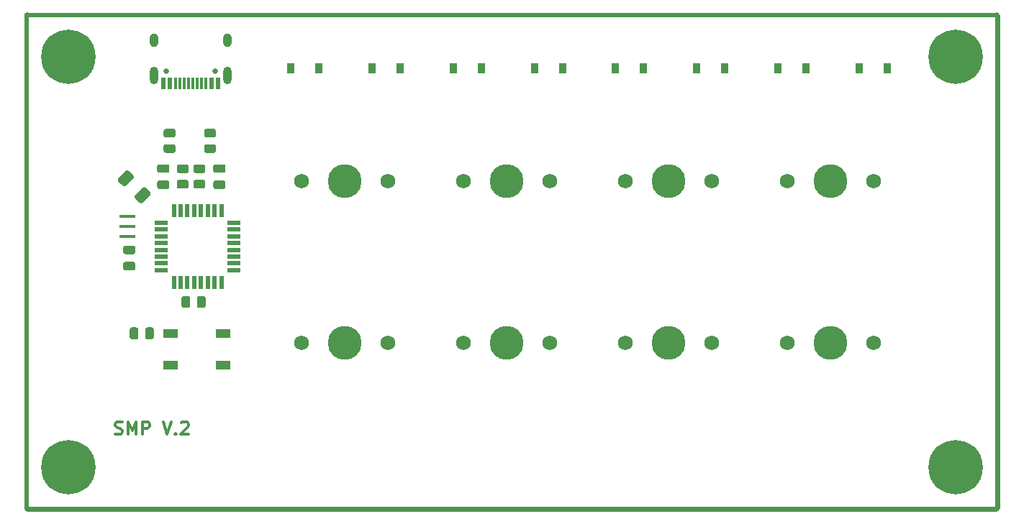
<source format=gbr>
%TF.GenerationSoftware,KiCad,Pcbnew,(5.1.10-1-10_14)*%
%TF.CreationDate,2021-08-26T10:17:17+08:00*%
%TF.ProjectId,SMP v.2,534d5020-762e-4322-9e6b-696361645f70,rev?*%
%TF.SameCoordinates,Original*%
%TF.FileFunction,Soldermask,Top*%
%TF.FilePolarity,Negative*%
%FSLAX46Y46*%
G04 Gerber Fmt 4.6, Leading zero omitted, Abs format (unit mm)*
G04 Created by KiCad (PCBNEW (5.1.10-1-10_14)) date 2021-08-26 10:17:17*
%MOMM*%
%LPD*%
G01*
G04 APERTURE LIST*
%TA.AperFunction,Profile*%
%ADD10C,0.050000*%
%TD*%
%ADD11C,0.300000*%
%ADD12C,0.500000*%
%ADD13R,0.550000X1.600000*%
%ADD14R,1.600000X0.550000*%
%ADD15R,0.900000X1.200000*%
%ADD16C,1.750000*%
%ADD17C,3.987800*%
%ADD18C,6.400000*%
%ADD19R,1.900000X0.400000*%
%ADD20R,1.800000X1.100000*%
%ADD21O,1.000000X1.600000*%
%ADD22C,0.650000*%
%ADD23O,1.000000X2.100000*%
%ADD24R,0.300000X1.450000*%
%ADD25R,0.600000X1.450000*%
G04 APERTURE END LIST*
D10*
X156052520Y-83629500D02*
G75*
G02*
X155727400Y-83954620I-325120J0D01*
G01*
X155727400Y-25214580D02*
G75*
G02*
X156052520Y-25539700I0J-325120D01*
G01*
X41366440Y-25539700D02*
G75*
G02*
X41691560Y-25214580I325120J0D01*
G01*
X41689020Y-83957160D02*
G75*
G02*
X41363900Y-83632040I0J325120D01*
G01*
D11*
X52008151Y-74828482D02*
X52222437Y-74899911D01*
X52579580Y-74899911D01*
X52722437Y-74828482D01*
X52793865Y-74757054D01*
X52865294Y-74614197D01*
X52865294Y-74471340D01*
X52793865Y-74328482D01*
X52722437Y-74257054D01*
X52579580Y-74185625D01*
X52293865Y-74114197D01*
X52151008Y-74042768D01*
X52079580Y-73971340D01*
X52008151Y-73828482D01*
X52008151Y-73685625D01*
X52079580Y-73542768D01*
X52151008Y-73471340D01*
X52293865Y-73399911D01*
X52651008Y-73399911D01*
X52865294Y-73471340D01*
X53508151Y-74899911D02*
X53508151Y-73399911D01*
X54008151Y-74471340D01*
X54508151Y-73399911D01*
X54508151Y-74899911D01*
X55222437Y-74899911D02*
X55222437Y-73399911D01*
X55793865Y-73399911D01*
X55936722Y-73471340D01*
X56008151Y-73542768D01*
X56079580Y-73685625D01*
X56079580Y-73899911D01*
X56008151Y-74042768D01*
X55936722Y-74114197D01*
X55793865Y-74185625D01*
X55222437Y-74185625D01*
X57651008Y-73399911D02*
X58151008Y-74899911D01*
X58651008Y-73399911D01*
X59151008Y-74757054D02*
X59222437Y-74828482D01*
X59151008Y-74899911D01*
X59079580Y-74828482D01*
X59151008Y-74757054D01*
X59151008Y-74899911D01*
X59793865Y-73542768D02*
X59865294Y-73471340D01*
X60008151Y-73399911D01*
X60365294Y-73399911D01*
X60508151Y-73471340D01*
X60579580Y-73542768D01*
X60651008Y-73685625D01*
X60651008Y-73828482D01*
X60579580Y-74042768D01*
X59722437Y-74899911D01*
X60651008Y-74899911D01*
D12*
X155778200Y-83677760D02*
X155778200Y-25488900D01*
X41641840Y-25488900D02*
X155778200Y-25488900D01*
X41640760Y-83677760D02*
X155778200Y-83677760D01*
X41640760Y-83677760D02*
X41641840Y-25488900D01*
D10*
X41366440Y-25539700D02*
X41363900Y-83632040D01*
X155727400Y-25214580D02*
X41691560Y-25214580D01*
X156052520Y-83629500D02*
X156052520Y-25539700D01*
X41689020Y-83957160D02*
X155727400Y-83954620D01*
D13*
%TO.C,U1*%
X58922000Y-48505800D03*
X59722000Y-48505800D03*
X60522000Y-48505800D03*
X61322000Y-48505800D03*
X62122000Y-48505800D03*
X62922000Y-48505800D03*
X63722000Y-48505800D03*
X64522000Y-48505800D03*
D14*
X65972000Y-49955800D03*
X65972000Y-50755800D03*
X65972000Y-51555800D03*
X65972000Y-52355800D03*
X65972000Y-53155800D03*
X65972000Y-53955800D03*
X65972000Y-54755800D03*
X65972000Y-55555800D03*
D13*
X64522000Y-57005800D03*
X63722000Y-57005800D03*
X62922000Y-57005800D03*
X62122000Y-57005800D03*
X61322000Y-57005800D03*
X60522000Y-57005800D03*
X59722000Y-57005800D03*
X58922000Y-57005800D03*
D14*
X57472000Y-55555800D03*
X57472000Y-54755800D03*
X57472000Y-53955800D03*
X57472000Y-53155800D03*
X57472000Y-52355800D03*
X57472000Y-51555800D03*
X57472000Y-50755800D03*
X57472000Y-49955800D03*
%TD*%
D15*
%TO.C,D8*%
X123738350Y-31732220D03*
X120438350Y-31732220D03*
%TD*%
%TO.C,D7*%
X104642346Y-31732220D03*
X101342346Y-31732220D03*
%TD*%
%TO.C,D6*%
X114190348Y-31732220D03*
X110890348Y-31732220D03*
%TD*%
%TO.C,D5*%
X95094344Y-31732220D03*
X91794344Y-31732220D03*
%TD*%
%TO.C,D4*%
X142834360Y-31732220D03*
X139534360Y-31732220D03*
%TD*%
%TO.C,D3*%
X85546342Y-31732220D03*
X82246342Y-31732220D03*
%TD*%
%TO.C,D2*%
X133286352Y-31732220D03*
X129986352Y-31732220D03*
%TD*%
%TO.C,D1*%
X75998340Y-31732220D03*
X72698340Y-31732220D03*
%TD*%
D16*
%TO.C,MX8*%
X141265900Y-64136300D03*
X131105900Y-64136300D03*
D17*
X136185900Y-64136300D03*
%TD*%
D18*
%TO.C,H4*%
X46528800Y-78790800D03*
%TD*%
%TO.C,H3*%
X46528800Y-30378400D03*
%TD*%
%TO.C,H2*%
X150901400Y-78790800D03*
%TD*%
%TO.C,H1*%
X150901400Y-30378400D03*
%TD*%
D19*
%TO.C,Y1*%
X53416200Y-51619000D03*
X53416200Y-50419000D03*
X53416200Y-49219000D03*
%TD*%
D20*
%TO.C,SW1*%
X64720400Y-66747000D03*
X58520400Y-63047000D03*
X64720400Y-63047000D03*
X58520400Y-66747000D03*
%TD*%
%TO.C,R6*%
G36*
G01*
X61641300Y-59759001D02*
X61641300Y-58858999D01*
G75*
G02*
X61891299Y-58609000I249999J0D01*
G01*
X62416301Y-58609000D01*
G75*
G02*
X62666300Y-58858999I0J-249999D01*
G01*
X62666300Y-59759001D01*
G75*
G02*
X62416301Y-60009000I-249999J0D01*
G01*
X61891299Y-60009000D01*
G75*
G02*
X61641300Y-59759001I0J249999D01*
G01*
G37*
G36*
G01*
X59816300Y-59759001D02*
X59816300Y-58858999D01*
G75*
G02*
X60066299Y-58609000I249999J0D01*
G01*
X60591301Y-58609000D01*
G75*
G02*
X60841300Y-58858999I0J-249999D01*
G01*
X60841300Y-59759001D01*
G75*
G02*
X60591301Y-60009000I-249999J0D01*
G01*
X60066299Y-60009000D01*
G75*
G02*
X59816300Y-59759001I0J249999D01*
G01*
G37*
%TD*%
%TO.C,R5*%
G36*
G01*
X58872541Y-39924400D02*
X57972539Y-39924400D01*
G75*
G02*
X57722540Y-39674401I0J249999D01*
G01*
X57722540Y-39149399D01*
G75*
G02*
X57972539Y-38899400I249999J0D01*
G01*
X58872541Y-38899400D01*
G75*
G02*
X59122540Y-39149399I0J-249999D01*
G01*
X59122540Y-39674401D01*
G75*
G02*
X58872541Y-39924400I-249999J0D01*
G01*
G37*
G36*
G01*
X58872541Y-41749400D02*
X57972539Y-41749400D01*
G75*
G02*
X57722540Y-41499401I0J249999D01*
G01*
X57722540Y-40974399D01*
G75*
G02*
X57972539Y-40724400I249999J0D01*
G01*
X58872541Y-40724400D01*
G75*
G02*
X59122540Y-40974399I0J-249999D01*
G01*
X59122540Y-41499401D01*
G75*
G02*
X58872541Y-41749400I-249999J0D01*
G01*
G37*
%TD*%
%TO.C,R4*%
G36*
G01*
X63629961Y-39924400D02*
X62729959Y-39924400D01*
G75*
G02*
X62479960Y-39674401I0J249999D01*
G01*
X62479960Y-39149399D01*
G75*
G02*
X62729959Y-38899400I249999J0D01*
G01*
X63629961Y-38899400D01*
G75*
G02*
X63879960Y-39149399I0J-249999D01*
G01*
X63879960Y-39674401D01*
G75*
G02*
X63629961Y-39924400I-249999J0D01*
G01*
G37*
G36*
G01*
X63629961Y-41749400D02*
X62729959Y-41749400D01*
G75*
G02*
X62479960Y-41499401I0J249999D01*
G01*
X62479960Y-40974399D01*
G75*
G02*
X62729959Y-40724400I249999J0D01*
G01*
X63629961Y-40724400D01*
G75*
G02*
X63879960Y-40974399I0J-249999D01*
G01*
X63879960Y-41499401D01*
G75*
G02*
X63629961Y-41749400I-249999J0D01*
G01*
G37*
%TD*%
%TO.C,R3*%
G36*
G01*
X60419401Y-44124300D02*
X59519399Y-44124300D01*
G75*
G02*
X59269400Y-43874301I0J249999D01*
G01*
X59269400Y-43349299D01*
G75*
G02*
X59519399Y-43099300I249999J0D01*
G01*
X60419401Y-43099300D01*
G75*
G02*
X60669400Y-43349299I0J-249999D01*
G01*
X60669400Y-43874301D01*
G75*
G02*
X60419401Y-44124300I-249999J0D01*
G01*
G37*
G36*
G01*
X60419401Y-45949300D02*
X59519399Y-45949300D01*
G75*
G02*
X59269400Y-45699301I0J249999D01*
G01*
X59269400Y-45174299D01*
G75*
G02*
X59519399Y-44924300I249999J0D01*
G01*
X60419401Y-44924300D01*
G75*
G02*
X60669400Y-45174299I0J-249999D01*
G01*
X60669400Y-45699301D01*
G75*
G02*
X60419401Y-45949300I-249999J0D01*
G01*
G37*
%TD*%
%TO.C,R2*%
G36*
G01*
X62375201Y-44124300D02*
X61475199Y-44124300D01*
G75*
G02*
X61225200Y-43874301I0J249999D01*
G01*
X61225200Y-43349299D01*
G75*
G02*
X61475199Y-43099300I249999J0D01*
G01*
X62375201Y-43099300D01*
G75*
G02*
X62625200Y-43349299I0J-249999D01*
G01*
X62625200Y-43874301D01*
G75*
G02*
X62375201Y-44124300I-249999J0D01*
G01*
G37*
G36*
G01*
X62375201Y-45949300D02*
X61475199Y-45949300D01*
G75*
G02*
X61225200Y-45699301I0J249999D01*
G01*
X61225200Y-45174299D01*
G75*
G02*
X61475199Y-44924300I249999J0D01*
G01*
X62375201Y-44924300D01*
G75*
G02*
X62625200Y-45174299I0J-249999D01*
G01*
X62625200Y-45699301D01*
G75*
G02*
X62375201Y-45949300I-249999J0D01*
G01*
G37*
%TD*%
%TO.C,R1*%
G36*
G01*
X55552920Y-63444541D02*
X55552920Y-62544539D01*
G75*
G02*
X55802919Y-62294540I249999J0D01*
G01*
X56327921Y-62294540D01*
G75*
G02*
X56577920Y-62544539I0J-249999D01*
G01*
X56577920Y-63444541D01*
G75*
G02*
X56327921Y-63694540I-249999J0D01*
G01*
X55802919Y-63694540D01*
G75*
G02*
X55552920Y-63444541I0J249999D01*
G01*
G37*
G36*
G01*
X53727920Y-63444541D02*
X53727920Y-62544539D01*
G75*
G02*
X53977919Y-62294540I249999J0D01*
G01*
X54502921Y-62294540D01*
G75*
G02*
X54752920Y-62544539I0J-249999D01*
G01*
X54752920Y-63444541D01*
G75*
G02*
X54502921Y-63694540I-249999J0D01*
G01*
X53977919Y-63694540D01*
G75*
G02*
X53727920Y-63444541I0J249999D01*
G01*
G37*
%TD*%
D21*
%TO.C,J1*%
X56592400Y-28439400D03*
D22*
X58022400Y-32089400D03*
D21*
X65232400Y-28439400D03*
D22*
X63802400Y-32089400D03*
D23*
X65232400Y-32619400D03*
X56592400Y-32619400D03*
D24*
X61162400Y-33534400D03*
X59162400Y-33534400D03*
X59662400Y-33534400D03*
X60162400Y-33534400D03*
X60662400Y-33534400D03*
X61662400Y-33534400D03*
X62162400Y-33534400D03*
X62662400Y-33534400D03*
D25*
X57662400Y-33534400D03*
X58462400Y-33534400D03*
X63362400Y-33534400D03*
X64162400Y-33534400D03*
X64162400Y-33534400D03*
X63362400Y-33534400D03*
X58462400Y-33534400D03*
X57662400Y-33534400D03*
%TD*%
%TO.C,F1*%
G36*
G01*
X54154066Y-44743402D02*
X53270182Y-45627286D01*
G75*
G02*
X52916628Y-45627286I-176777J176777D01*
G01*
X52386298Y-45096956D01*
G75*
G02*
X52386298Y-44743402I176777J176777D01*
G01*
X53270182Y-43859518D01*
G75*
G02*
X53623736Y-43859518I176777J-176777D01*
G01*
X54154066Y-44389848D01*
G75*
G02*
X54154066Y-44743402I-176777J-176777D01*
G01*
G37*
G36*
G01*
X56133964Y-46723300D02*
X55250080Y-47607184D01*
G75*
G02*
X54896526Y-47607184I-176777J176777D01*
G01*
X54366196Y-47076854D01*
G75*
G02*
X54366196Y-46723300I176777J176777D01*
G01*
X55250080Y-45839416D01*
G75*
G02*
X55603634Y-45839416I176777J-176777D01*
G01*
X56133964Y-46369746D01*
G75*
G02*
X56133964Y-46723300I-176777J-176777D01*
G01*
G37*
%TD*%
%TO.C,C5*%
G36*
G01*
X54150280Y-53674820D02*
X53200280Y-53674820D01*
G75*
G02*
X52950280Y-53424820I0J250000D01*
G01*
X52950280Y-52924820D01*
G75*
G02*
X53200280Y-52674820I250000J0D01*
G01*
X54150280Y-52674820D01*
G75*
G02*
X54400280Y-52924820I0J-250000D01*
G01*
X54400280Y-53424820D01*
G75*
G02*
X54150280Y-53674820I-250000J0D01*
G01*
G37*
G36*
G01*
X54150280Y-55574820D02*
X53200280Y-55574820D01*
G75*
G02*
X52950280Y-55324820I0J250000D01*
G01*
X52950280Y-54824820D01*
G75*
G02*
X53200280Y-54574820I250000J0D01*
G01*
X54150280Y-54574820D01*
G75*
G02*
X54400280Y-54824820I0J-250000D01*
G01*
X54400280Y-55324820D01*
G75*
G02*
X54150280Y-55574820I-250000J0D01*
G01*
G37*
%TD*%
%TO.C,C4*%
G36*
G01*
X58158400Y-44091400D02*
X57208400Y-44091400D01*
G75*
G02*
X56958400Y-43841400I0J250000D01*
G01*
X56958400Y-43341400D01*
G75*
G02*
X57208400Y-43091400I250000J0D01*
G01*
X58158400Y-43091400D01*
G75*
G02*
X58408400Y-43341400I0J-250000D01*
G01*
X58408400Y-43841400D01*
G75*
G02*
X58158400Y-44091400I-250000J0D01*
G01*
G37*
G36*
G01*
X58158400Y-45991400D02*
X57208400Y-45991400D01*
G75*
G02*
X56958400Y-45741400I0J250000D01*
G01*
X56958400Y-45241400D01*
G75*
G02*
X57208400Y-44991400I250000J0D01*
G01*
X58158400Y-44991400D01*
G75*
G02*
X58408400Y-45241400I0J-250000D01*
G01*
X58408400Y-45741400D01*
G75*
G02*
X58158400Y-45991400I-250000J0D01*
G01*
G37*
%TD*%
%TO.C,C1*%
G36*
G01*
X64762400Y-44091400D02*
X63812400Y-44091400D01*
G75*
G02*
X63562400Y-43841400I0J250000D01*
G01*
X63562400Y-43341400D01*
G75*
G02*
X63812400Y-43091400I250000J0D01*
G01*
X64762400Y-43091400D01*
G75*
G02*
X65012400Y-43341400I0J-250000D01*
G01*
X65012400Y-43841400D01*
G75*
G02*
X64762400Y-44091400I-250000J0D01*
G01*
G37*
G36*
G01*
X64762400Y-45991400D02*
X63812400Y-45991400D01*
G75*
G02*
X63562400Y-45741400I0J250000D01*
G01*
X63562400Y-45241400D01*
G75*
G02*
X63812400Y-44991400I250000J0D01*
G01*
X64762400Y-44991400D01*
G75*
G02*
X65012400Y-45241400I0J-250000D01*
G01*
X65012400Y-45741400D01*
G75*
G02*
X64762400Y-45991400I-250000J0D01*
G01*
G37*
%TD*%
D16*
%TO.C,MX7*%
X122215900Y-64136300D03*
X112055900Y-64136300D03*
D17*
X117135900Y-64136300D03*
%TD*%
D16*
%TO.C,MX6*%
X103165900Y-64136300D03*
X93005900Y-64136300D03*
D17*
X98085900Y-64136300D03*
%TD*%
D16*
%TO.C,MX5*%
X84115900Y-64136300D03*
X73955900Y-64136300D03*
D17*
X79035900Y-64136300D03*
%TD*%
D16*
%TO.C,MX4*%
X141265900Y-45086300D03*
X131105900Y-45086300D03*
D17*
X136185900Y-45086300D03*
%TD*%
D16*
%TO.C,MX3*%
X122215900Y-45086300D03*
X112055900Y-45086300D03*
D17*
X117135900Y-45086300D03*
%TD*%
D16*
%TO.C,MX2*%
X103165900Y-45086300D03*
X93005900Y-45086300D03*
D17*
X98085900Y-45086300D03*
%TD*%
D16*
%TO.C,MX1*%
X84115900Y-45086300D03*
X73955900Y-45086300D03*
D17*
X79035900Y-45086300D03*
%TD*%
M02*

</source>
